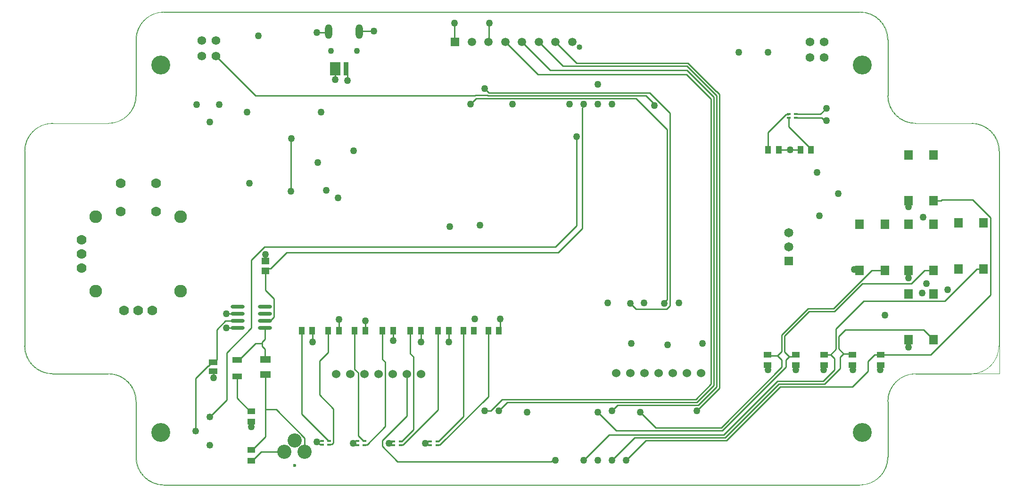
<source format=gtl>
G04*
G04 #@! TF.GenerationSoftware,Altium Limited,Altium Designer,22.7.1 (60)*
G04*
G04 Layer_Physical_Order=1*
G04 Layer_Color=255*
%FSLAX44Y44*%
%MOMM*%
G71*
G04*
G04 #@! TF.SameCoordinates,7684CF66-3EF2-496F-B3A4-9C416311D090*
G04*
G04*
G04 #@! TF.FilePolarity,Positive*
G04*
G01*
G75*
%ADD16C,0.2540*%
%ADD17C,0.0127*%
%ADD18C,0.0064*%
%ADD19R,1.0000X1.4000*%
%ADD20R,1.5000X1.7500*%
%ADD21R,1.4000X1.0000*%
%ADD22R,0.7000X0.4000*%
%ADD23R,1.9000X2.4500*%
%ADD24R,1.4500X1.1500*%
%ADD25O,2.5000X0.7000*%
%ADD26R,1.5700X1.1400*%
%ADD27R,1.8034X1.1176*%
%ADD28R,0.9000X2.4500*%
%ADD29R,1.9200X1.2200*%
%ADD57R,1.5200X1.5200*%
%ADD58C,1.5200*%
%ADD59C,1.0200*%
%ADD60C,1.5750*%
%ADD61C,1.6500*%
%ADD62C,1.5240*%
%ADD63O,1.3080X2.6160*%
%ADD64C,2.2860*%
%ADD65C,1.7780*%
%ADD66C,2.5500*%
%ADD67C,1.2500*%
%ADD68C,3.4000*%
%ADD69C,1.1000*%
%ADD70R,1.6500X1.6500*%
%ADD71C,0.6000*%
%ADD72C,1.2700*%
D16*
X1816100Y1168400D02*
X1854200Y1206500D01*
X1294032Y1168400D02*
X1816100D01*
X1854200Y1206500D02*
Y1366520D01*
X1821180Y1158240D02*
X1864360Y1201420D01*
Y1418372D02*
X1864956Y1418968D01*
Y1422996D01*
X1864360Y1201420D02*
Y1418372D01*
X1864956Y1422996D02*
X1866900Y1424940D01*
X1524500Y1017500D02*
X1525000Y1017000D01*
Y1000000D02*
Y1017000D01*
X1333500Y1158240D02*
X1821180D01*
X1299624Y1129224D02*
X1304484D01*
X1295400Y1125000D02*
X1299624Y1129224D01*
X1304484D02*
X1333500Y1158240D01*
X2110740Y914400D02*
Y1442720D01*
X2070100Y873760D02*
X2110740Y914400D01*
X2105660Y1447800D02*
X2110740Y1442720D01*
X2105660Y916940D02*
Y1439744D01*
X2051884Y1493520D02*
X2105660Y1439744D01*
X2072640Y883920D02*
X2105660Y916940D01*
X2067996Y894080D02*
X2095500Y921584D01*
X2100580Y919480D02*
Y1437640D01*
X2052320Y1485900D02*
X2100580Y1437640D01*
X2070100Y889000D02*
X2100580Y919480D01*
X2051268Y1478280D02*
X2095500Y1434048D01*
Y921584D02*
Y1434048D01*
X1816100Y1536700D02*
X1854200Y1498600D01*
X2053988D01*
X1726100Y1536700D02*
X1784520Y1478280D01*
X2051268D01*
X1756100Y1536700D02*
X1806900Y1485900D01*
X2052320D01*
X1829280Y1493520D02*
X2051884D01*
X1786100Y1536700D02*
X1829280Y1493520D01*
X2104788Y1447800D02*
X2105660D01*
X2053988Y1498600D02*
X2104788Y1447800D01*
X1720452Y894080D02*
X2067996D01*
X1927860Y883920D02*
X2072640D01*
X1729740Y889000D02*
X2070100D01*
X1700132Y873760D02*
X1720452Y894080D01*
X1714500Y873760D02*
X1729740Y889000D01*
X1917700Y873760D02*
X1927860Y883920D01*
X1689100Y873760D02*
X1700132D01*
X1814156Y783056D02*
X1816100Y785000D01*
X1808988Y783056D02*
X1814156D01*
X1532500Y782500D02*
X1808432D01*
X1808988Y783056D01*
X1866900Y784860D02*
X1912620Y830580D01*
X2118360D01*
X1917700Y784860D02*
X1958340Y825500D01*
X2120900D01*
X1943100Y784860D02*
X1978660Y820420D01*
X2123440D01*
X1892300Y871220D02*
X1925320Y838200D01*
X2115780D01*
X1996440Y843280D02*
X2113676D01*
X1968500Y871220D02*
X1996440Y843280D01*
X2113676D02*
X2222500Y952104D01*
X2118360Y830580D02*
X2215120Y927340D01*
X2297340D01*
X2120900Y825500D02*
X2217660Y922260D01*
X2220200Y917180D02*
X2349680D01*
X2377500Y945000D01*
X2217660Y922260D02*
X2299760D01*
X2123440Y820420D02*
X2220200Y917180D01*
X2299760Y922260D02*
X2327500Y950000D01*
X2210000Y932420D02*
X2210000D01*
X2115780Y838200D02*
X2210000Y932420D01*
X1673860Y1435100D02*
X1960880D01*
X1663700Y1424940D02*
X1673860Y1435100D01*
X1672115Y1440539D02*
X1694257D01*
X1689100Y1452880D02*
X1696720Y1445260D01*
X1694616Y1440180D02*
X1978869D01*
X1694257Y1440539D02*
X1694616Y1440180D01*
X1696720Y1445260D02*
X1985408D01*
X1978869Y1440180D02*
X1993900Y1425149D01*
X1277620Y1440180D02*
X1671756D01*
X1960880Y1435100D02*
X2016760Y1379220D01*
X1671756Y1440180D02*
X1672115Y1440539D01*
X1985408Y1445260D02*
X2021840Y1408828D01*
X2011680Y1068288D02*
X2016760Y1073368D01*
Y1379220D01*
X2011680Y1066800D02*
Y1068288D01*
X1950720Y1066800D02*
X1960880Y1056640D01*
X2015888D01*
X2021840Y1062592D01*
Y1408828D01*
X1993900Y1422400D02*
Y1425149D01*
X1206500Y1511300D02*
X1277620Y1440180D01*
X1714500Y1017500D02*
X1717040Y1020040D01*
Y1038860D01*
X1608778Y812570D02*
X1695500Y899292D01*
Y1017500D01*
X2352500Y1127500D02*
X2364750D01*
X2365100Y1127150D01*
X1225550Y893050D02*
Y977900D01*
X1195400Y862900D02*
X1225550Y893050D01*
Y977900D02*
X1270000Y1022350D01*
Y1144368D02*
X1294032Y1168400D01*
X1270000Y1022350D02*
Y1144368D01*
X1295400Y876300D02*
Y939000D01*
Y826650D02*
Y876300D01*
X1314620D02*
X1366000Y824920D01*
X1295400Y876300D02*
X1314620D01*
X1366000Y800000D02*
Y824920D01*
X1272000Y784250D02*
X1287750Y800000D01*
X1329000D01*
X1270000Y784250D02*
X1272000D01*
Y803250D02*
X1295400Y826650D01*
X1270000Y803250D02*
X1272000D01*
X1244600Y896100D02*
X1267600Y873100D01*
X1244600Y896100D02*
Y935228D01*
X1267600Y873100D02*
X1269600D01*
X1294500Y966900D02*
Y984250D01*
X1277454Y994625D02*
X1289050D01*
Y996950D01*
Y989700D02*
Y994625D01*
Y989700D02*
X1294500Y984250D01*
X1289050Y996950D02*
X1294500Y1002400D01*
Y1022350D01*
X1248029Y965200D02*
X1277454Y994625D01*
X1244600Y965200D02*
X1248029D01*
X1294500Y966900D02*
X1295400Y966000D01*
X1170000Y837500D02*
Y932398D01*
X1199270Y961080D02*
X1201420D01*
X1192580Y954390D02*
X1199270Y961080D01*
X1191992Y954390D02*
X1192580D01*
X1170000Y932398D02*
X1191992Y954390D01*
X1201420Y961080D02*
X1203570D01*
X1223711Y1035050D02*
X1245500D01*
X1208000Y1019339D02*
X1223711Y1035050D01*
X1208000Y965510D02*
Y1019339D01*
X1203570Y961080D02*
X1208000Y965510D01*
X1294500Y1035050D02*
X1303500D01*
X1310810Y1042360D01*
X1295400Y1090326D02*
X1310810Y1074916D01*
X1295400Y1090326D02*
Y1125000D01*
X1310810Y1042360D02*
Y1074916D01*
X1341250Y1268250D02*
Y1362500D01*
X1341750Y1363000D01*
X1340750Y1267750D02*
X1341250Y1268250D01*
X1475000Y1018000D02*
Y1035000D01*
X1474500Y1017500D02*
X1475000Y1018000D01*
X1442500Y1467500D02*
Y1486440D01*
X1440370Y1488570D02*
X1442500Y1486440D01*
X2294751Y1400000D02*
X2299751Y1395000D01*
X2248000Y1400000D02*
X2294751D01*
X2299751Y1395000D02*
X2302500D01*
X2292000Y1407000D02*
X2302500Y1417500D01*
X2248000Y1407000D02*
X2292000D01*
X2235000Y1384500D02*
X2275000Y1344500D01*
X2235000Y1384500D02*
Y1400000D01*
X2275000Y1342500D02*
Y1344500D01*
X2198000Y1373888D02*
X2230382Y1406270D01*
X2234270D02*
X2235000Y1407000D01*
X2198000Y1342500D02*
Y1373888D01*
X2230382Y1406270D02*
X2234270D01*
X2237500Y1342500D02*
X2256000D01*
X2217000D02*
X2237500D01*
X2217000D02*
X2217500Y1342000D01*
X1625000Y997500D02*
Y1017000D01*
X1624500Y1017500D02*
X1625000Y1017000D01*
X1477818Y812880D02*
X1510320Y845382D01*
X1498600Y939800D02*
X1499380Y939020D01*
X1510160Y961451D02*
X1510320Y961291D01*
Y845382D02*
Y961291D01*
X1505000Y810000D02*
X1532500Y782500D01*
X2234550Y1193150D02*
X2235200Y1193800D01*
X2508750Y1251250D02*
X2510000Y1252500D01*
X2495000Y1251250D02*
X2508750D01*
X2565388Y1252500D02*
X2597500Y1220388D01*
X2510000Y1252500D02*
X2565388D01*
X2597500Y1082112D02*
Y1220388D01*
X2489888Y974500D02*
X2597500Y1082112D01*
X2400000Y974500D02*
X2489888D01*
X2325000Y1007500D02*
X2336572Y1019072D01*
X2325000Y985000D02*
Y1007500D01*
X2336572Y1019072D02*
X2477178D01*
X2488770Y1008730D02*
X2495000Y1002500D01*
X2487520Y1008730D02*
X2488770D01*
X2495000Y1001250D02*
Y1002500D01*
X2477178Y1019072D02*
X2487520Y1008730D01*
X2319920Y1021176D02*
X2369934Y1071190D01*
X2515179D01*
X2572739Y1128750D01*
X2585000D01*
X2317333Y1052260D02*
X2367413Y1102340D01*
X2455326D01*
X2479236Y1126250D01*
X2495000D01*
X2271944Y1052260D02*
X2317333D01*
X2269840Y1057340D02*
X2315228D01*
X2384138Y1126250D01*
X2227580Y1007896D02*
X2271944Y1052260D01*
X2325000Y985000D02*
X2333750Y976250D01*
X2319920Y984320D02*
Y1021176D01*
X2310300Y974700D02*
X2319920Y984320D01*
X2222500Y1010000D02*
X2269840Y1057340D01*
X2384138Y1126250D02*
X2407500D01*
X2227580Y979360D02*
Y1007896D01*
X2450000Y1240000D02*
Y1250150D01*
X2454000Y1254150D01*
X2450000Y1112500D02*
Y1123150D01*
X2454000Y1127150D01*
X2298700Y974700D02*
X2310300D01*
X2333750Y976250D02*
X2347950D01*
X2349500Y974700D01*
X2327500Y970000D02*
X2333750Y976250D01*
X2327500Y950000D02*
Y970000D01*
X2310300Y974700D02*
X2317500Y967500D01*
X2227580Y979360D02*
X2235970Y970970D01*
X2222500Y980000D02*
Y1010000D01*
X2235970Y970970D02*
X2244170D01*
X2230000Y965000D02*
X2235970Y970970D01*
X2230000Y952420D02*
Y965000D01*
X2244170Y970970D02*
X2247900Y974700D01*
X2215000Y972500D02*
X2222500Y980000D01*
X2377500Y962500D02*
X2389500Y974500D01*
X2400000D01*
X2377500Y945000D02*
Y962500D01*
X2297340Y927340D02*
X2317500Y947500D01*
Y967500D01*
X2222500Y952104D02*
Y965000D01*
X2210000Y932420D02*
X2230000Y952420D01*
X2215000Y972500D02*
X2222500Y965000D01*
X2199300Y972500D02*
X2215000D01*
X2197100Y974700D02*
X2199300Y972500D01*
X2197500Y947660D02*
Y955300D01*
X2400000Y947600D02*
Y955500D01*
X2399700Y947300D02*
X2400000Y947600D01*
X2350000Y947500D02*
Y955200D01*
X2349500Y955700D02*
X2350000Y955200D01*
X2298700Y948700D02*
Y955700D01*
X2297500Y947500D02*
X2298700Y948700D01*
X2247900Y947900D02*
Y955700D01*
X2247500Y947500D02*
X2247900Y947900D01*
X2197100Y955700D02*
X2197500Y955300D01*
X1505000Y820000D02*
X1549400Y864400D01*
Y939800D01*
X1505000Y810000D02*
Y820000D01*
X1452500Y815000D02*
X1455249D01*
X1457369Y812880D02*
X1459470D01*
X1455249Y815000D02*
X1457369Y812880D01*
X1587679Y812570D02*
X1590430D01*
X1585249Y815000D02*
X1587679Y812570D01*
X1522430Y813030D02*
X1523620Y811840D01*
X1519470Y813030D02*
X1522430D01*
X1582500Y815000D02*
X1585249D01*
X1517500Y815000D02*
X1519470Y813030D01*
X1590430Y812570D02*
X1591160Y811840D01*
X1575000Y1000000D02*
Y1017000D01*
X1574500Y1017500D02*
X1575000Y1017000D01*
X1669500Y1017500D02*
X1670000Y1018000D01*
X2270772Y1534172D02*
X2273300Y1536700D01*
X1696800Y1569300D02*
X1697500Y1570000D01*
X1696800Y1537400D02*
Y1569300D01*
X1696100Y1536700D02*
X1696800Y1537400D01*
X2077720Y941070D02*
X2078255Y940535D01*
X1924785D02*
X1925320Y941070D01*
X1464891Y1556341D02*
X1490149D01*
X1463870Y1555320D02*
X1464891Y1556341D01*
X1407391Y1553841D02*
X1408870Y1555320D01*
X1420370Y1468700D02*
Y1488570D01*
X1387649Y1553841D02*
X1407391D01*
X1179066Y1513335D02*
X1181100Y1511300D01*
X1295000Y1143400D02*
Y1155000D01*
X987862Y1222375D02*
X990600D01*
X1143000D02*
X1145187D01*
X1295000Y1143400D02*
X1295400Y1143000D01*
X1143000Y1089025D02*
X1145738D01*
X988562D02*
X990600D01*
X965050Y1130150D02*
X965200Y1130300D01*
X1523620Y818840D02*
X1525120D01*
X1421250Y938650D02*
X1422400Y939800D01*
X1420100D02*
X1421250Y938650D01*
X1519780Y815000D02*
X1523620Y818840D01*
X1388412Y817500D02*
X1392382Y813530D01*
X1517500Y815000D02*
X1519780D01*
X1523620Y811840D02*
Y811840D01*
Y811840D02*
X1525120D01*
X1392382Y813530D02*
X1396270D01*
X1459470Y812880D02*
X1460200Y812150D01*
X1396270Y813530D02*
X1397000Y812800D01*
X1225380Y1047750D02*
X1245500D01*
X1092200Y1054100D02*
X1092350Y1053950D01*
X1269600Y854100D02*
X1270000Y853700D01*
Y845000D02*
Y853700D01*
X1387500Y817500D02*
X1388412D01*
X1225380Y1022350D02*
X1245500D01*
X1201420Y944880D02*
X1202500Y943800D01*
Y932500D02*
Y943800D01*
X1427000Y1017500D02*
X1427500Y1018000D01*
Y1037500D01*
X1392353Y902113D02*
X1417310Y877157D01*
X1392353Y963047D02*
X1408000Y978693D01*
X1392353Y902113D02*
Y963047D01*
X1379500Y1017500D02*
X1380000Y1017000D01*
Y997500D02*
Y1017000D01*
X1505500Y966111D02*
X1510160Y961451D01*
X1604890Y812570D02*
X1608778D01*
X1605500Y875332D02*
Y1017500D01*
X1542738Y812570D02*
X1605500Y875332D01*
X1605660Y818840D02*
X1650500Y863680D01*
Y1017500D01*
X1539620Y818840D02*
X1560830Y840050D01*
Y970753D01*
X1604160Y811840D02*
X1604890Y812570D01*
X1604160Y818840D02*
X1605660D01*
X1538120Y811840D02*
X1538850Y812570D01*
X1542738D01*
X1538120Y818840D02*
X1539620D01*
X1555500Y976083D02*
X1560830Y970753D01*
X1555500Y976083D02*
Y1017500D01*
X1473200Y812150D02*
X1473930Y812880D01*
X1505500Y966111D02*
Y1017500D01*
X1473930Y812880D02*
X1477818D01*
X1455500Y948265D02*
X1461770Y941995D01*
Y829080D02*
Y941995D01*
X1455500Y948265D02*
Y1017500D01*
X1461770Y829080D02*
X1471700Y819150D01*
X1473200D01*
X1410000Y812800D02*
X1410730Y813530D01*
X1414618D01*
X1417310Y816222D01*
Y877157D01*
X1408000Y978693D02*
Y1017500D01*
X1408500Y819800D02*
X1410000D01*
X1360500Y867801D02*
Y1017500D01*
Y867801D02*
X1408500Y819800D01*
X1635000Y1537800D02*
X1636100Y1536700D01*
X1635000Y1537800D02*
Y1570000D01*
X2052320Y941070D02*
X2052410Y940980D01*
X1041400Y1054100D02*
X1041950Y1053550D01*
X964500Y1181800D02*
X965200Y1181100D01*
D17*
X2612500Y1340000D02*
G03*
X2562500Y1390000I-50000J0D01*
G01*
X2462500Y940000D02*
G03*
X2412500Y890000I0J-50000D01*
G01*
X2562500Y940000D02*
G03*
X2612500Y990000I0J50000D01*
G01*
X1062500Y790000D02*
G03*
X1112500Y740000I50000J0D01*
G01*
X862500Y990000D02*
G03*
X912500Y940000I50000J0D01*
G01*
X2362500Y740000D02*
G03*
X2412500Y790000I0J50000D01*
G01*
Y1440000D02*
G03*
X2462500Y1390000I50000J0D01*
G01*
X2412500Y1540000D02*
G03*
X2362500Y1590000I-50000J0D01*
G01*
X1012500Y1390000D02*
G03*
X1062500Y1440000I0J50000D01*
G01*
X912500Y1390000D02*
G03*
X862500Y1340000I0J-50000D01*
G01*
X1062500Y890000D02*
G03*
X1012500Y940000I-50000J0D01*
G01*
X1112500Y1590000D02*
G03*
X1062500Y1540000I0J-50000D01*
G01*
X1063600Y790410D02*
G03*
X1113600Y740410I50000J0D01*
G01*
X863600Y990410D02*
G03*
X913600Y940410I50000J0D01*
G01*
X2613600Y1340410D02*
G03*
X2563600Y1390410I-50000J0D01*
G01*
X2413600Y1440410D02*
G03*
X2463600Y1390410I50000J0D01*
G01*
Y940410D02*
G03*
X2413600Y890410I0J-50000D01*
G01*
X2363600Y740410D02*
G03*
X2413600Y790410I0J50000D01*
G01*
Y1540410D02*
G03*
X2363600Y1590410I-50000J0D01*
G01*
X1113600D02*
G03*
X1063600Y1540410I0J-50000D01*
G01*
X1013600Y1390410D02*
G03*
X1063600Y1440410I0J50000D01*
G01*
X913600Y1390410D02*
G03*
X863600Y1340410I0J-50000D01*
G01*
X1063600Y890410D02*
G03*
X1013600Y940410I-50000J0D01*
G01*
X2612500Y990000D02*
Y1340000D01*
X912500Y940000D02*
X1012500D01*
X1112500Y740000D02*
X2362500D01*
X862500Y990000D02*
Y1340000D01*
X1062500Y790000D02*
Y890000D01*
Y1440000D02*
Y1540000D01*
X1112500Y1590000D02*
X2362500D01*
X2462500Y1390000D02*
X2562500D01*
X2462500Y940000D02*
X2562500D01*
X2412500Y1440000D02*
Y1540000D01*
Y790000D02*
Y890000D01*
X912500Y1390000D02*
X1012500D01*
X1063600Y1440410D02*
Y1540410D01*
X1113600Y1590410D02*
X2363600D01*
X863600Y990410D02*
Y1340410D01*
X913600Y1390410D02*
X1013600D01*
X2463600Y940410D02*
X2613600D01*
X1113600Y740410D02*
X2363600D01*
X2613600Y940410D02*
Y1340410D01*
X913600Y940410D02*
X1013600D01*
X2413600Y790410D02*
Y890410D01*
X2463600Y1390410D02*
X2563600D01*
X2413600Y1440410D02*
Y1540410D01*
X1063600Y790410D02*
Y890410D01*
D18*
X862532Y740000D02*
G03*
X862532Y740000I-32J0D01*
G01*
D02*
G03*
X862532Y740000I-32J0D01*
G01*
D19*
X2275000Y1342500D02*
D03*
X2256000D02*
D03*
X2198000D02*
D03*
X2217000D02*
D03*
X1695500Y1017500D02*
D03*
X1714500D02*
D03*
X1669500D02*
D03*
X1650500D02*
D03*
X1427000D02*
D03*
X1408000D02*
D03*
X1455500D02*
D03*
X1474500D02*
D03*
X1379500D02*
D03*
X1360500D02*
D03*
X1624500D02*
D03*
X1605500D02*
D03*
X1574500D02*
D03*
X1555500D02*
D03*
X1524500D02*
D03*
X1505500D02*
D03*
D20*
X2495000Y1083750D02*
D03*
X2450000D02*
D03*
X2495000Y1001250D02*
D03*
X2450000D02*
D03*
X2495000Y1333750D02*
D03*
X2450000D02*
D03*
X2495000Y1251250D02*
D03*
X2450000D02*
D03*
X2585000Y1211250D02*
D03*
X2540000D02*
D03*
X2585000Y1128750D02*
D03*
X2540000D02*
D03*
X2495000Y1208750D02*
D03*
X2450000D02*
D03*
X2495000Y1126250D02*
D03*
X2450000D02*
D03*
X2407500Y1208750D02*
D03*
X2362500D02*
D03*
X2407500Y1126250D02*
D03*
X2362500D02*
D03*
D21*
X2349500Y955700D02*
D03*
Y974700D02*
D03*
X2400000Y955500D02*
D03*
Y974500D02*
D03*
X2298700Y974700D02*
D03*
Y955700D02*
D03*
X2247900D02*
D03*
Y974700D02*
D03*
X2197100Y955700D02*
D03*
Y974700D02*
D03*
X1269600Y854100D02*
D03*
X1270000Y803250D02*
D03*
Y784250D02*
D03*
X1269600Y873100D02*
D03*
D22*
X1591160Y818840D02*
D03*
Y811840D02*
D03*
X1525120Y818840D02*
D03*
X1460200Y819150D02*
D03*
X1397000Y819800D02*
D03*
X1525120Y811840D02*
D03*
X1460200Y812150D02*
D03*
X1397000Y812800D02*
D03*
X1604160Y811840D02*
D03*
Y818840D02*
D03*
X1473200Y812150D02*
D03*
Y819150D02*
D03*
X1410000Y812800D02*
D03*
Y819800D02*
D03*
X2248000Y1400000D02*
D03*
Y1407000D02*
D03*
X2235000Y1400000D02*
D03*
Y1407000D02*
D03*
X1538120Y818840D02*
D03*
Y811840D02*
D03*
D23*
X1420370Y1488570D02*
D03*
D24*
X1295400Y1143000D02*
D03*
Y1125000D02*
D03*
D25*
X1245500Y1047750D02*
D03*
Y1022350D02*
D03*
X1294500D02*
D03*
Y1035050D02*
D03*
Y1047750D02*
D03*
Y1060450D02*
D03*
X1245500Y1035050D02*
D03*
Y1060450D02*
D03*
D26*
X1201420Y944880D02*
D03*
Y961080D02*
D03*
D27*
X1244600Y965200D02*
D03*
Y935228D02*
D03*
D28*
X1440370Y1488570D02*
D03*
D29*
X1295400Y966000D02*
D03*
Y939000D02*
D03*
D57*
X1636100Y1536700D02*
D03*
D58*
X1666100D02*
D03*
X1696100D02*
D03*
X1726100D02*
D03*
X1756100D02*
D03*
X1786100D02*
D03*
X1816100D02*
D03*
X1846100D02*
D03*
D59*
X1858900Y1526900D02*
D03*
D60*
X2273300Y1508700D02*
D03*
Y1536700D02*
D03*
X1181100Y1511300D02*
D03*
Y1539300D02*
D03*
X2298700Y1508700D02*
D03*
Y1536700D02*
D03*
X1206500Y1511300D02*
D03*
Y1539300D02*
D03*
D61*
X2235200Y1193800D02*
D03*
Y1168400D02*
D03*
D62*
X2077720Y941070D02*
D03*
X1925320D02*
D03*
X1422400Y939800D02*
D03*
X1447800D02*
D03*
X1473200D02*
D03*
X1498600D02*
D03*
X1524000D02*
D03*
X1549400D02*
D03*
X1574800D02*
D03*
X1950720Y941070D02*
D03*
X1976120D02*
D03*
X2001520D02*
D03*
X2026920D02*
D03*
X2052320D02*
D03*
D63*
X1463870Y1555320D02*
D03*
X1408870D02*
D03*
D64*
X1143000Y1222375D02*
D03*
Y1089025D02*
D03*
X990600D02*
D03*
Y1222375D02*
D03*
D65*
X965200Y1130300D02*
D03*
X1092200Y1054100D02*
D03*
X965200Y1155700D02*
D03*
Y1181100D02*
D03*
X1066800Y1054100D02*
D03*
X1041400D02*
D03*
X1098550Y1231900D02*
D03*
X1035050D02*
D03*
X1098550Y1282700D02*
D03*
X1035050D02*
D03*
D66*
X1347500Y820000D02*
D03*
X1366000Y800000D02*
D03*
X1329000D02*
D03*
D67*
X1195400Y812100D02*
D03*
Y862900D02*
D03*
X1170000Y837500D02*
D03*
D68*
X2367500Y1495000D02*
D03*
Y835000D02*
D03*
X1107500D02*
D03*
Y1495000D02*
D03*
D69*
X1412870Y1520320D02*
D03*
X1459870D02*
D03*
D70*
X2235200Y1143000D02*
D03*
D71*
X1347500Y775000D02*
D03*
D72*
X2476500Y1221740D02*
D03*
X1854200Y1366520D02*
D03*
X1680160Y1207500D02*
D03*
X1625980Y1205000D02*
D03*
X1525000Y1000000D02*
D03*
X1892300Y1460500D02*
D03*
X1689100Y873760D02*
D03*
X1714500D02*
D03*
X1917700D02*
D03*
X1765300Y871220D02*
D03*
X1816100Y785000D02*
D03*
X1866900Y784860D02*
D03*
X1892300D02*
D03*
X1917700D02*
D03*
X1943100D02*
D03*
X1892300Y871220D02*
D03*
X1968500D02*
D03*
X2070100Y873760D02*
D03*
X1739304Y1424940D02*
D03*
X1917700D02*
D03*
X1841500D02*
D03*
X1866900D02*
D03*
X1892300D02*
D03*
X1689100Y1452880D02*
D03*
X1950720Y1066800D02*
D03*
X2011680D02*
D03*
X1663700Y1424940D02*
D03*
X1993900Y1422400D02*
D03*
X1671320Y1038860D02*
D03*
X1717040D02*
D03*
X2352500Y1127500D02*
D03*
X1910000Y1067500D02*
D03*
X1404620Y1270000D02*
D03*
X2289810Y1224280D02*
D03*
X2324100Y1263650D02*
D03*
X2286000Y1301750D02*
D03*
X1475000Y1035000D02*
D03*
X1282750Y1547750D02*
D03*
X1340750Y1267750D02*
D03*
X1341750Y1363000D02*
D03*
X1453700Y1341050D02*
D03*
X1389250Y1320000D02*
D03*
X1442500Y1467500D02*
D03*
X2302500Y1395000D02*
D03*
Y1417500D02*
D03*
X2237500Y1342500D02*
D03*
X1625000Y997500D02*
D03*
X1575000D02*
D03*
X2450000Y1240000D02*
D03*
Y1112500D02*
D03*
Y987500D02*
D03*
X2408000Y1045380D02*
D03*
X2475000Y1085000D02*
D03*
X2520620Y1091000D02*
D03*
X2482500Y1102500D02*
D03*
X2197500Y947660D02*
D03*
X2399700Y947300D02*
D03*
X2350000Y947500D02*
D03*
X2297500D02*
D03*
X2247500D02*
D03*
X1452500Y815000D02*
D03*
X1582500D02*
D03*
X1517500Y815000D02*
D03*
X2037500Y1067500D02*
D03*
X1975000D02*
D03*
X1697500Y1570000D02*
D03*
X2080000Y995000D02*
D03*
X2017500Y992500D02*
D03*
X1952500Y995000D02*
D03*
X1490149Y1556341D02*
D03*
X1420370Y1468700D02*
D03*
X1387649Y1553841D02*
D03*
X1395000Y1410000D02*
D03*
X1426080Y1256500D02*
D03*
X1212050Y1423600D02*
D03*
X1266300Y1282550D02*
D03*
X1295000Y1155000D02*
D03*
X1387500Y817500D02*
D03*
X1225380Y1022350D02*
D03*
Y1047750D02*
D03*
X1270000Y845000D02*
D03*
X1202500Y932500D02*
D03*
X1427500Y1037500D02*
D03*
X1380000Y997500D02*
D03*
X1635000Y1570000D02*
D03*
X1195000Y1392500D02*
D03*
X1172050Y1423600D02*
D03*
X1262500Y1410000D02*
D03*
X2197500Y1517500D02*
D03*
X2145000D02*
D03*
M02*

</source>
